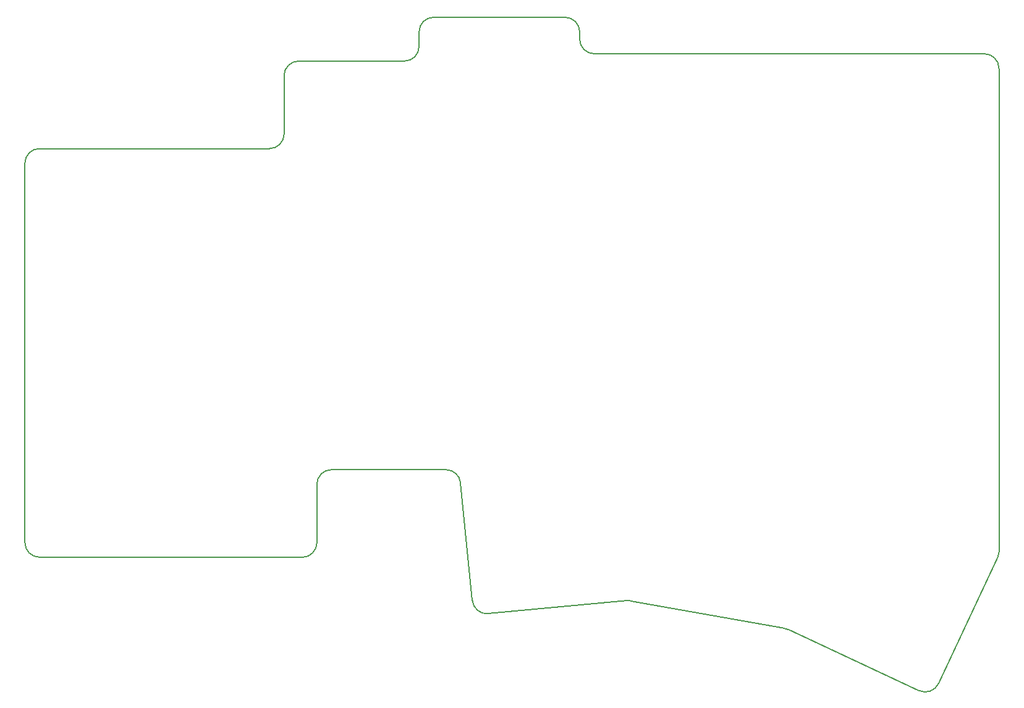
<source format=gbr>
%TF.GenerationSoftware,KiCad,Pcbnew,8.0.7*%
%TF.CreationDate,2024-12-30T14:18:56+04:00*%
%TF.ProjectId,ergoblock,6572676f-626c-46f6-936b-2e6b69636164,v1.0.0*%
%TF.SameCoordinates,Original*%
%TF.FileFunction,Profile,NP*%
%FSLAX46Y46*%
G04 Gerber Fmt 4.6, Leading zero omitted, Abs format (unit mm)*
G04 Created by KiCad (PCBNEW 8.0.7) date 2024-12-30 14:18:56*
%MOMM*%
%LPD*%
G01*
G04 APERTURE LIST*
%TA.AperFunction,Profile*%
%ADD10C,0.150000*%
%TD*%
G04 APERTURE END LIST*
D10*
X215000000Y-89000000D02*
X215000000Y-90000000D01*
X174500000Y-95000000D02*
G75*
G02*
X176500000Y-93000000I2000000J0D01*
G01*
X202478784Y-168731275D02*
G75*
G02*
X200301999Y-166939904I-186784J1991275D01*
G01*
X193000000Y-91000000D02*
G75*
G02*
X191000000Y-93000000I-2000000J0D01*
G01*
X272450000Y-159718767D02*
X272450000Y-94000000D01*
X213000000Y-87000000D02*
G75*
G02*
X215000000Y-89000000I0J-2000000D01*
G01*
X179000000Y-151000000D02*
G75*
G02*
X181000000Y-149000000I2000000J0D01*
G01*
X141000000Y-105000000D02*
X172500000Y-105000000D01*
X243126488Y-170774563D02*
X222026204Y-166971282D01*
X193000000Y-89000000D02*
G75*
G02*
X195000000Y-87000000I2000000J0D01*
G01*
X139000000Y-159000000D02*
X139000000Y-107000000D01*
X179000000Y-159000000D02*
G75*
G02*
X177000000Y-161000000I-2000000J0D01*
G01*
X217000000Y-92000000D02*
G75*
G02*
X215000000Y-90000000I0J2000000D01*
G01*
X139000000Y-107000000D02*
G75*
G02*
X141000000Y-105000000I2000000J0D01*
G01*
X179000000Y-151000000D02*
X179000000Y-159000000D01*
X174500000Y-103000000D02*
G75*
G02*
X172500000Y-105000000I-2000000J0D01*
G01*
X196690828Y-149000000D02*
X181000000Y-149000000D01*
X272288705Y-160885991D02*
X264165821Y-178305571D01*
X141000000Y-161000000D02*
X177000000Y-161000000D01*
X221484623Y-166948306D02*
X202478784Y-168731275D01*
X193000000Y-91000000D02*
X193000000Y-89000000D01*
X261507969Y-179272950D02*
X243616946Y-170930229D01*
X174500000Y-103000000D02*
X174500000Y-95000000D01*
X196690828Y-149000000D02*
G75*
G02*
X198680876Y-150800108I-28J-2000100D01*
G01*
X200301994Y-166939905D02*
X198680814Y-150800114D01*
X217000000Y-92000000D02*
X270450000Y-92000000D01*
X270450000Y-92000000D02*
G75*
G02*
X272450000Y-94000000I0J-2000000D01*
G01*
X195000000Y-87000000D02*
X213000000Y-87000000D01*
X264165821Y-178305571D02*
G75*
G02*
X261507973Y-179272942I-1812621J845271D01*
G01*
X176500000Y-93000000D02*
X191000000Y-93000000D01*
X243126488Y-170774563D02*
G75*
G02*
X243616944Y-170930234I-354788J-1968237D01*
G01*
X272450000Y-159718767D02*
G75*
G02*
X272288706Y-160885992I-1973600J-322033D01*
G01*
X221484623Y-166948306D02*
G75*
G02*
X222026204Y-166971285I186777J-1991594D01*
G01*
X141000000Y-161000000D02*
G75*
G02*
X139000000Y-159000000I0J2000000D01*
G01*
M02*

</source>
